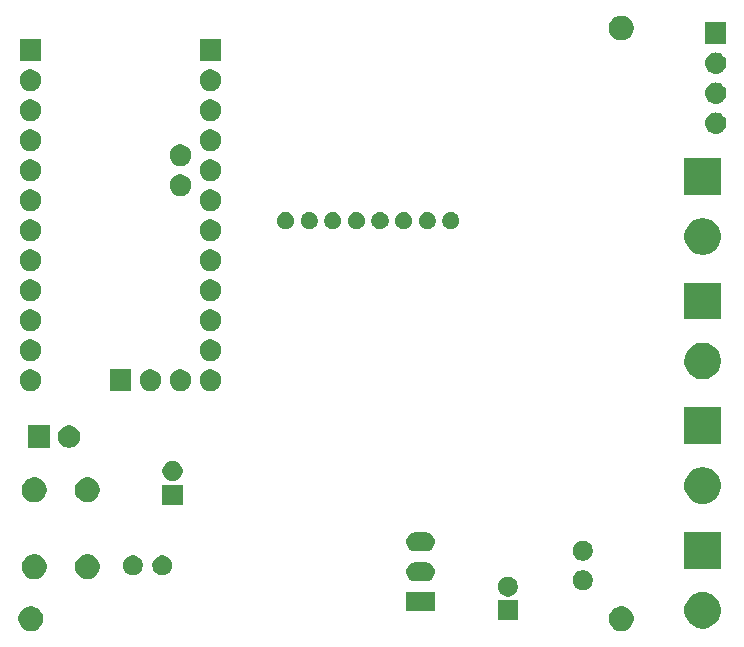
<source format=gbr>
G04 #@! TF.GenerationSoftware,KiCad,Pcbnew,(5.1.0-rc1-9-g8f320697a)*
G04 #@! TF.CreationDate,2019-02-20T21:31:05+01:00
G04 #@! TF.ProjectId,kicad,6b696361-642e-46b6-9963-61645f706362,rev?*
G04 #@! TF.SameCoordinates,Original*
G04 #@! TF.FileFunction,Soldermask,Bot*
G04 #@! TF.FilePolarity,Negative*
%FSLAX46Y46*%
G04 Gerber Fmt 4.6, Leading zero omitted, Abs format (unit mm)*
G04 Created by KiCad (PCBNEW (5.1.0-rc1-9-g8f320697a)) date 2019-02-20 21:31:05*
%MOMM*%
%LPD*%
G04 APERTURE LIST*
%ADD10C,0.100000*%
G04 APERTURE END LIST*
D10*
G36*
X209306564Y-97489389D02*
G01*
X209497833Y-97568615D01*
X209497835Y-97568616D01*
X209600538Y-97637240D01*
X209669973Y-97683635D01*
X209816365Y-97830027D01*
X209931385Y-98002167D01*
X210010611Y-98193436D01*
X210051000Y-98396484D01*
X210051000Y-98603516D01*
X210010611Y-98806564D01*
X209932666Y-98994740D01*
X209931384Y-98997835D01*
X209816365Y-99169973D01*
X209669973Y-99316365D01*
X209497835Y-99431384D01*
X209497834Y-99431385D01*
X209497833Y-99431385D01*
X209306564Y-99510611D01*
X209103516Y-99551000D01*
X208896484Y-99551000D01*
X208693436Y-99510611D01*
X208502167Y-99431385D01*
X208502166Y-99431385D01*
X208502165Y-99431384D01*
X208330027Y-99316365D01*
X208183635Y-99169973D01*
X208068616Y-98997835D01*
X208067334Y-98994740D01*
X207989389Y-98806564D01*
X207949000Y-98603516D01*
X207949000Y-98396484D01*
X207989389Y-98193436D01*
X208068615Y-98002167D01*
X208183635Y-97830027D01*
X208330027Y-97683635D01*
X208399462Y-97637240D01*
X208502165Y-97568616D01*
X208502167Y-97568615D01*
X208693436Y-97489389D01*
X208896484Y-97449000D01*
X209103516Y-97449000D01*
X209306564Y-97489389D01*
X209306564Y-97489389D01*
G37*
G36*
X159306564Y-97489389D02*
G01*
X159497833Y-97568615D01*
X159497835Y-97568616D01*
X159600538Y-97637240D01*
X159669973Y-97683635D01*
X159816365Y-97830027D01*
X159931385Y-98002167D01*
X160010611Y-98193436D01*
X160051000Y-98396484D01*
X160051000Y-98603516D01*
X160010611Y-98806564D01*
X159932666Y-98994740D01*
X159931384Y-98997835D01*
X159816365Y-99169973D01*
X159669973Y-99316365D01*
X159497835Y-99431384D01*
X159497834Y-99431385D01*
X159497833Y-99431385D01*
X159306564Y-99510611D01*
X159103516Y-99551000D01*
X158896484Y-99551000D01*
X158693436Y-99510611D01*
X158502167Y-99431385D01*
X158502166Y-99431385D01*
X158502165Y-99431384D01*
X158330027Y-99316365D01*
X158183635Y-99169973D01*
X158068616Y-98997835D01*
X158067334Y-98994740D01*
X157989389Y-98806564D01*
X157949000Y-98603516D01*
X157949000Y-98396484D01*
X157989389Y-98193436D01*
X158068615Y-98002167D01*
X158183635Y-97830027D01*
X158330027Y-97683635D01*
X158399462Y-97637240D01*
X158502165Y-97568616D01*
X158502167Y-97568615D01*
X158693436Y-97489389D01*
X158896484Y-97449000D01*
X159103516Y-97449000D01*
X159306564Y-97489389D01*
X159306564Y-97489389D01*
G37*
G36*
X216202585Y-96268802D02*
G01*
X216352410Y-96298604D01*
X216634674Y-96415521D01*
X216888705Y-96585259D01*
X217104741Y-96801295D01*
X217274479Y-97055326D01*
X217391396Y-97337590D01*
X217451000Y-97637240D01*
X217451000Y-97942760D01*
X217391396Y-98242410D01*
X217274479Y-98524674D01*
X217104741Y-98778705D01*
X216888705Y-98994741D01*
X216634674Y-99164479D01*
X216352410Y-99281396D01*
X216202585Y-99311198D01*
X216052761Y-99341000D01*
X215747239Y-99341000D01*
X215597415Y-99311198D01*
X215447590Y-99281396D01*
X215165326Y-99164479D01*
X214911295Y-98994741D01*
X214695259Y-98778705D01*
X214525521Y-98524674D01*
X214408604Y-98242410D01*
X214349000Y-97942760D01*
X214349000Y-97637240D01*
X214408604Y-97337590D01*
X214525521Y-97055326D01*
X214695259Y-96801295D01*
X214911295Y-96585259D01*
X215165326Y-96415521D01*
X215447590Y-96298604D01*
X215597415Y-96268802D01*
X215747239Y-96239000D01*
X216052761Y-96239000D01*
X216202585Y-96268802D01*
X216202585Y-96268802D01*
G37*
G36*
X200241000Y-98641000D02*
G01*
X198539000Y-98641000D01*
X198539000Y-96939000D01*
X200241000Y-96939000D01*
X200241000Y-98641000D01*
X200241000Y-98641000D01*
G37*
G36*
X193201000Y-97881000D02*
G01*
X190799000Y-97881000D01*
X190799000Y-96279000D01*
X193201000Y-96279000D01*
X193201000Y-97881000D01*
X193201000Y-97881000D01*
G37*
G36*
X199638228Y-94971703D02*
G01*
X199793100Y-95035853D01*
X199932481Y-95128985D01*
X200051015Y-95247519D01*
X200144147Y-95386900D01*
X200208297Y-95541772D01*
X200241000Y-95706184D01*
X200241000Y-95873816D01*
X200208297Y-96038228D01*
X200144147Y-96193100D01*
X200051015Y-96332481D01*
X199932481Y-96451015D01*
X199793100Y-96544147D01*
X199638228Y-96608297D01*
X199473816Y-96641000D01*
X199306184Y-96641000D01*
X199141772Y-96608297D01*
X198986900Y-96544147D01*
X198847519Y-96451015D01*
X198728985Y-96332481D01*
X198635853Y-96193100D01*
X198571703Y-96038228D01*
X198539000Y-95873816D01*
X198539000Y-95706184D01*
X198571703Y-95541772D01*
X198635853Y-95386900D01*
X198728985Y-95247519D01*
X198847519Y-95128985D01*
X198986900Y-95035853D01*
X199141772Y-94971703D01*
X199306184Y-94939000D01*
X199473816Y-94939000D01*
X199638228Y-94971703D01*
X199638228Y-94971703D01*
G37*
G36*
X205988228Y-94431703D02*
G01*
X206143100Y-94495853D01*
X206282481Y-94588985D01*
X206401015Y-94707519D01*
X206494147Y-94846900D01*
X206558297Y-95001772D01*
X206591000Y-95166184D01*
X206591000Y-95333816D01*
X206558297Y-95498228D01*
X206494147Y-95653100D01*
X206401015Y-95792481D01*
X206282481Y-95911015D01*
X206143100Y-96004147D01*
X205988228Y-96068297D01*
X205823816Y-96101000D01*
X205656184Y-96101000D01*
X205491772Y-96068297D01*
X205336900Y-96004147D01*
X205197519Y-95911015D01*
X205078985Y-95792481D01*
X204985853Y-95653100D01*
X204921703Y-95498228D01*
X204889000Y-95333816D01*
X204889000Y-95166184D01*
X204921703Y-95001772D01*
X204985853Y-94846900D01*
X205078985Y-94707519D01*
X205197519Y-94588985D01*
X205336900Y-94495853D01*
X205491772Y-94431703D01*
X205656184Y-94399000D01*
X205823816Y-94399000D01*
X205988228Y-94431703D01*
X205988228Y-94431703D01*
G37*
G36*
X192478571Y-93742863D02*
G01*
X192557023Y-93750590D01*
X192657682Y-93781125D01*
X192708013Y-93796392D01*
X192847165Y-93870771D01*
X192969133Y-93970867D01*
X193069229Y-94092835D01*
X193143608Y-94231987D01*
X193148535Y-94248229D01*
X193189410Y-94382977D01*
X193204875Y-94540000D01*
X193189410Y-94697023D01*
X193172081Y-94754148D01*
X193143608Y-94848013D01*
X193069229Y-94987165D01*
X192969133Y-95109133D01*
X192847165Y-95209229D01*
X192708013Y-95283608D01*
X192657682Y-95298875D01*
X192557023Y-95329410D01*
X192478571Y-95337137D01*
X192439346Y-95341000D01*
X191560654Y-95341000D01*
X191521429Y-95337137D01*
X191442977Y-95329410D01*
X191342318Y-95298875D01*
X191291987Y-95283608D01*
X191152835Y-95209229D01*
X191030867Y-95109133D01*
X190930771Y-94987165D01*
X190856392Y-94848013D01*
X190827919Y-94754148D01*
X190810590Y-94697023D01*
X190795125Y-94540000D01*
X190810590Y-94382977D01*
X190851465Y-94248229D01*
X190856392Y-94231987D01*
X190930771Y-94092835D01*
X191030867Y-93970867D01*
X191152835Y-93870771D01*
X191291987Y-93796392D01*
X191342318Y-93781125D01*
X191442977Y-93750590D01*
X191521429Y-93742863D01*
X191560654Y-93739000D01*
X192439346Y-93739000D01*
X192478571Y-93742863D01*
X192478571Y-93742863D01*
G37*
G36*
X159606564Y-93089389D02*
G01*
X159760369Y-93153097D01*
X159797835Y-93168616D01*
X159969973Y-93283635D01*
X160116365Y-93430027D01*
X160230606Y-93601000D01*
X160231385Y-93602167D01*
X160310611Y-93793436D01*
X160351000Y-93996484D01*
X160351000Y-94203516D01*
X160310611Y-94406564D01*
X160273626Y-94495853D01*
X160231384Y-94597835D01*
X160116365Y-94769973D01*
X159969973Y-94916365D01*
X159797835Y-95031384D01*
X159797834Y-95031385D01*
X159797833Y-95031385D01*
X159606564Y-95110611D01*
X159403516Y-95151000D01*
X159196484Y-95151000D01*
X158993436Y-95110611D01*
X158802167Y-95031385D01*
X158802166Y-95031385D01*
X158802165Y-95031384D01*
X158630027Y-94916365D01*
X158483635Y-94769973D01*
X158368616Y-94597835D01*
X158326374Y-94495853D01*
X158289389Y-94406564D01*
X158249000Y-94203516D01*
X158249000Y-93996484D01*
X158289389Y-93793436D01*
X158368615Y-93602167D01*
X158369395Y-93601000D01*
X158483635Y-93430027D01*
X158630027Y-93283635D01*
X158802165Y-93168616D01*
X158839631Y-93153097D01*
X158993436Y-93089389D01*
X159196484Y-93049000D01*
X159403516Y-93049000D01*
X159606564Y-93089389D01*
X159606564Y-93089389D01*
G37*
G36*
X164106564Y-93089389D02*
G01*
X164260369Y-93153097D01*
X164297835Y-93168616D01*
X164469973Y-93283635D01*
X164616365Y-93430027D01*
X164730606Y-93601000D01*
X164731385Y-93602167D01*
X164810611Y-93793436D01*
X164851000Y-93996484D01*
X164851000Y-94203516D01*
X164810611Y-94406564D01*
X164773626Y-94495853D01*
X164731384Y-94597835D01*
X164616365Y-94769973D01*
X164469973Y-94916365D01*
X164297835Y-95031384D01*
X164297834Y-95031385D01*
X164297833Y-95031385D01*
X164106564Y-95110611D01*
X163903516Y-95151000D01*
X163696484Y-95151000D01*
X163493436Y-95110611D01*
X163302167Y-95031385D01*
X163302166Y-95031385D01*
X163302165Y-95031384D01*
X163130027Y-94916365D01*
X162983635Y-94769973D01*
X162868616Y-94597835D01*
X162826374Y-94495853D01*
X162789389Y-94406564D01*
X162749000Y-94203516D01*
X162749000Y-93996484D01*
X162789389Y-93793436D01*
X162868615Y-93602167D01*
X162869395Y-93601000D01*
X162983635Y-93430027D01*
X163130027Y-93283635D01*
X163302165Y-93168616D01*
X163339631Y-93153097D01*
X163493436Y-93089389D01*
X163696484Y-93049000D01*
X163903516Y-93049000D01*
X164106564Y-93089389D01*
X164106564Y-93089389D01*
G37*
G36*
X170388228Y-93181703D02*
G01*
X170543100Y-93245853D01*
X170682481Y-93338985D01*
X170801015Y-93457519D01*
X170894147Y-93596900D01*
X170958297Y-93751772D01*
X170991000Y-93916184D01*
X170991000Y-94083816D01*
X170958297Y-94248228D01*
X170894147Y-94403100D01*
X170801015Y-94542481D01*
X170682481Y-94661015D01*
X170543100Y-94754147D01*
X170388228Y-94818297D01*
X170223816Y-94851000D01*
X170056184Y-94851000D01*
X169891772Y-94818297D01*
X169736900Y-94754147D01*
X169597519Y-94661015D01*
X169478985Y-94542481D01*
X169385853Y-94403100D01*
X169321703Y-94248228D01*
X169289000Y-94083816D01*
X169289000Y-93916184D01*
X169321703Y-93751772D01*
X169385853Y-93596900D01*
X169478985Y-93457519D01*
X169597519Y-93338985D01*
X169736900Y-93245853D01*
X169891772Y-93181703D01*
X170056184Y-93149000D01*
X170223816Y-93149000D01*
X170388228Y-93181703D01*
X170388228Y-93181703D01*
G37*
G36*
X167888228Y-93181703D02*
G01*
X168043100Y-93245853D01*
X168182481Y-93338985D01*
X168301015Y-93457519D01*
X168394147Y-93596900D01*
X168458297Y-93751772D01*
X168491000Y-93916184D01*
X168491000Y-94083816D01*
X168458297Y-94248228D01*
X168394147Y-94403100D01*
X168301015Y-94542481D01*
X168182481Y-94661015D01*
X168043100Y-94754147D01*
X167888228Y-94818297D01*
X167723816Y-94851000D01*
X167556184Y-94851000D01*
X167391772Y-94818297D01*
X167236900Y-94754147D01*
X167097519Y-94661015D01*
X166978985Y-94542481D01*
X166885853Y-94403100D01*
X166821703Y-94248228D01*
X166789000Y-94083816D01*
X166789000Y-93916184D01*
X166821703Y-93751772D01*
X166885853Y-93596900D01*
X166978985Y-93457519D01*
X167097519Y-93338985D01*
X167236900Y-93245853D01*
X167391772Y-93181703D01*
X167556184Y-93149000D01*
X167723816Y-93149000D01*
X167888228Y-93181703D01*
X167888228Y-93181703D01*
G37*
G36*
X217451000Y-94261000D02*
G01*
X214349000Y-94261000D01*
X214349000Y-91159000D01*
X217451000Y-91159000D01*
X217451000Y-94261000D01*
X217451000Y-94261000D01*
G37*
G36*
X205988228Y-91931703D02*
G01*
X206143100Y-91995853D01*
X206282481Y-92088985D01*
X206401015Y-92207519D01*
X206494147Y-92346900D01*
X206558297Y-92501772D01*
X206591000Y-92666184D01*
X206591000Y-92833816D01*
X206558297Y-92998228D01*
X206494147Y-93153100D01*
X206401015Y-93292481D01*
X206282481Y-93411015D01*
X206143100Y-93504147D01*
X205988228Y-93568297D01*
X205823816Y-93601000D01*
X205656184Y-93601000D01*
X205491772Y-93568297D01*
X205336900Y-93504147D01*
X205197519Y-93411015D01*
X205078985Y-93292481D01*
X204985853Y-93153100D01*
X204921703Y-92998228D01*
X204889000Y-92833816D01*
X204889000Y-92666184D01*
X204921703Y-92501772D01*
X204985853Y-92346900D01*
X205078985Y-92207519D01*
X205197519Y-92088985D01*
X205336900Y-91995853D01*
X205491772Y-91931703D01*
X205656184Y-91899000D01*
X205823816Y-91899000D01*
X205988228Y-91931703D01*
X205988228Y-91931703D01*
G37*
G36*
X192478571Y-91202863D02*
G01*
X192557023Y-91210590D01*
X192657682Y-91241125D01*
X192708013Y-91256392D01*
X192847165Y-91330771D01*
X192969133Y-91430867D01*
X193069229Y-91552835D01*
X193143608Y-91691987D01*
X193143608Y-91691988D01*
X193189410Y-91842977D01*
X193204875Y-92000000D01*
X193189410Y-92157023D01*
X193174092Y-92207519D01*
X193143608Y-92308013D01*
X193069229Y-92447165D01*
X192969133Y-92569133D01*
X192847165Y-92669229D01*
X192708013Y-92743608D01*
X192657682Y-92758875D01*
X192557023Y-92789410D01*
X192478571Y-92797137D01*
X192439346Y-92801000D01*
X191560654Y-92801000D01*
X191521429Y-92797137D01*
X191442977Y-92789410D01*
X191342318Y-92758875D01*
X191291987Y-92743608D01*
X191152835Y-92669229D01*
X191030867Y-92569133D01*
X190930771Y-92447165D01*
X190856392Y-92308013D01*
X190825908Y-92207519D01*
X190810590Y-92157023D01*
X190795125Y-92000000D01*
X190810590Y-91842977D01*
X190856392Y-91691988D01*
X190856392Y-91691987D01*
X190930771Y-91552835D01*
X191030867Y-91430867D01*
X191152835Y-91330771D01*
X191291987Y-91256392D01*
X191342318Y-91241125D01*
X191442977Y-91210590D01*
X191521429Y-91202863D01*
X191560654Y-91199000D01*
X192439346Y-91199000D01*
X192478571Y-91202863D01*
X192478571Y-91202863D01*
G37*
G36*
X171851000Y-88851000D02*
G01*
X170149000Y-88851000D01*
X170149000Y-87149000D01*
X171851000Y-87149000D01*
X171851000Y-88851000D01*
X171851000Y-88851000D01*
G37*
G36*
X216202585Y-85728802D02*
G01*
X216352410Y-85758604D01*
X216634674Y-85875521D01*
X216888705Y-86045259D01*
X217104741Y-86261295D01*
X217274479Y-86515326D01*
X217391396Y-86797590D01*
X217451000Y-87097240D01*
X217451000Y-87402760D01*
X217391396Y-87702410D01*
X217274479Y-87984674D01*
X217104741Y-88238705D01*
X216888705Y-88454741D01*
X216634674Y-88624479D01*
X216352410Y-88741396D01*
X216202585Y-88771198D01*
X216052761Y-88801000D01*
X215747239Y-88801000D01*
X215597415Y-88771198D01*
X215447590Y-88741396D01*
X215165326Y-88624479D01*
X214911295Y-88454741D01*
X214695259Y-88238705D01*
X214525521Y-87984674D01*
X214408604Y-87702410D01*
X214349000Y-87402760D01*
X214349000Y-87097240D01*
X214408604Y-86797590D01*
X214525521Y-86515326D01*
X214695259Y-86261295D01*
X214911295Y-86045259D01*
X215165326Y-85875521D01*
X215447590Y-85758604D01*
X215597415Y-85728802D01*
X215747239Y-85699000D01*
X216052761Y-85699000D01*
X216202585Y-85728802D01*
X216202585Y-85728802D01*
G37*
G36*
X159606564Y-86589389D02*
G01*
X159797833Y-86668615D01*
X159797835Y-86668616D01*
X159969973Y-86783635D01*
X160116365Y-86930027D01*
X160228093Y-87097239D01*
X160231385Y-87102167D01*
X160310611Y-87293436D01*
X160351000Y-87496484D01*
X160351000Y-87703516D01*
X160310611Y-87906564D01*
X160231385Y-88097833D01*
X160231384Y-88097835D01*
X160116365Y-88269973D01*
X159969973Y-88416365D01*
X159797835Y-88531384D01*
X159797834Y-88531385D01*
X159797833Y-88531385D01*
X159606564Y-88610611D01*
X159403516Y-88651000D01*
X159196484Y-88651000D01*
X158993436Y-88610611D01*
X158802167Y-88531385D01*
X158802166Y-88531385D01*
X158802165Y-88531384D01*
X158630027Y-88416365D01*
X158483635Y-88269973D01*
X158368616Y-88097835D01*
X158368615Y-88097833D01*
X158289389Y-87906564D01*
X158249000Y-87703516D01*
X158249000Y-87496484D01*
X158289389Y-87293436D01*
X158368615Y-87102167D01*
X158371908Y-87097239D01*
X158483635Y-86930027D01*
X158630027Y-86783635D01*
X158802165Y-86668616D01*
X158802167Y-86668615D01*
X158993436Y-86589389D01*
X159196484Y-86549000D01*
X159403516Y-86549000D01*
X159606564Y-86589389D01*
X159606564Y-86589389D01*
G37*
G36*
X164106564Y-86589389D02*
G01*
X164297833Y-86668615D01*
X164297835Y-86668616D01*
X164469973Y-86783635D01*
X164616365Y-86930027D01*
X164728093Y-87097239D01*
X164731385Y-87102167D01*
X164810611Y-87293436D01*
X164851000Y-87496484D01*
X164851000Y-87703516D01*
X164810611Y-87906564D01*
X164731385Y-88097833D01*
X164731384Y-88097835D01*
X164616365Y-88269973D01*
X164469973Y-88416365D01*
X164297835Y-88531384D01*
X164297834Y-88531385D01*
X164297833Y-88531385D01*
X164106564Y-88610611D01*
X163903516Y-88651000D01*
X163696484Y-88651000D01*
X163493436Y-88610611D01*
X163302167Y-88531385D01*
X163302166Y-88531385D01*
X163302165Y-88531384D01*
X163130027Y-88416365D01*
X162983635Y-88269973D01*
X162868616Y-88097835D01*
X162868615Y-88097833D01*
X162789389Y-87906564D01*
X162749000Y-87703516D01*
X162749000Y-87496484D01*
X162789389Y-87293436D01*
X162868615Y-87102167D01*
X162871908Y-87097239D01*
X162983635Y-86930027D01*
X163130027Y-86783635D01*
X163302165Y-86668616D01*
X163302167Y-86668615D01*
X163493436Y-86589389D01*
X163696484Y-86549000D01*
X163903516Y-86549000D01*
X164106564Y-86589389D01*
X164106564Y-86589389D01*
G37*
G36*
X171248228Y-85181703D02*
G01*
X171403100Y-85245853D01*
X171542481Y-85338985D01*
X171661015Y-85457519D01*
X171754147Y-85596900D01*
X171818297Y-85751772D01*
X171851000Y-85916184D01*
X171851000Y-86083816D01*
X171818297Y-86248228D01*
X171754147Y-86403100D01*
X171661015Y-86542481D01*
X171542481Y-86661015D01*
X171403100Y-86754147D01*
X171248228Y-86818297D01*
X171083816Y-86851000D01*
X170916184Y-86851000D01*
X170751772Y-86818297D01*
X170596900Y-86754147D01*
X170457519Y-86661015D01*
X170338985Y-86542481D01*
X170245853Y-86403100D01*
X170181703Y-86248228D01*
X170149000Y-86083816D01*
X170149000Y-85916184D01*
X170181703Y-85751772D01*
X170245853Y-85596900D01*
X170338985Y-85457519D01*
X170457519Y-85338985D01*
X170596900Y-85245853D01*
X170751772Y-85181703D01*
X170916184Y-85149000D01*
X171083816Y-85149000D01*
X171248228Y-85181703D01*
X171248228Y-85181703D01*
G37*
G36*
X160651000Y-84051000D02*
G01*
X158749000Y-84051000D01*
X158749000Y-82149000D01*
X160651000Y-82149000D01*
X160651000Y-84051000D01*
X160651000Y-84051000D01*
G37*
G36*
X162517395Y-82185546D02*
G01*
X162690466Y-82257234D01*
X162690467Y-82257235D01*
X162846227Y-82361310D01*
X162978690Y-82493773D01*
X162978691Y-82493775D01*
X163082766Y-82649534D01*
X163154454Y-82822605D01*
X163191000Y-83006333D01*
X163191000Y-83193667D01*
X163154454Y-83377395D01*
X163082766Y-83550466D01*
X163082765Y-83550467D01*
X162978690Y-83706227D01*
X162846227Y-83838690D01*
X162767818Y-83891081D01*
X162690466Y-83942766D01*
X162517395Y-84014454D01*
X162333667Y-84051000D01*
X162146333Y-84051000D01*
X161962605Y-84014454D01*
X161789534Y-83942766D01*
X161712182Y-83891081D01*
X161633773Y-83838690D01*
X161501310Y-83706227D01*
X161397235Y-83550467D01*
X161397234Y-83550466D01*
X161325546Y-83377395D01*
X161289000Y-83193667D01*
X161289000Y-83006333D01*
X161325546Y-82822605D01*
X161397234Y-82649534D01*
X161501309Y-82493775D01*
X161501310Y-82493773D01*
X161633773Y-82361310D01*
X161789533Y-82257235D01*
X161789534Y-82257234D01*
X161962605Y-82185546D01*
X162146333Y-82149000D01*
X162333667Y-82149000D01*
X162517395Y-82185546D01*
X162517395Y-82185546D01*
G37*
G36*
X217451000Y-83721000D02*
G01*
X214349000Y-83721000D01*
X214349000Y-80619000D01*
X217451000Y-80619000D01*
X217451000Y-83721000D01*
X217451000Y-83721000D01*
G37*
G36*
X174475778Y-77442047D02*
G01*
X174642224Y-77510991D01*
X174792022Y-77611083D01*
X174919417Y-77738478D01*
X175019509Y-77888276D01*
X175088453Y-78054722D01*
X175123600Y-78231418D01*
X175123600Y-78411582D01*
X175088453Y-78588278D01*
X175019509Y-78754724D01*
X174919417Y-78904522D01*
X174792022Y-79031917D01*
X174642224Y-79132009D01*
X174475778Y-79200953D01*
X174299082Y-79236100D01*
X174118918Y-79236100D01*
X173942222Y-79200953D01*
X173775776Y-79132009D01*
X173625978Y-79031917D01*
X173498583Y-78904522D01*
X173398491Y-78754724D01*
X173329547Y-78588278D01*
X173294400Y-78411582D01*
X173294400Y-78231418D01*
X173329547Y-78054722D01*
X173398491Y-77888276D01*
X173498583Y-77738478D01*
X173625978Y-77611083D01*
X173775776Y-77510991D01*
X173942222Y-77442047D01*
X174118918Y-77406900D01*
X174299082Y-77406900D01*
X174475778Y-77442047D01*
X174475778Y-77442047D01*
G37*
G36*
X171935778Y-77442047D02*
G01*
X172102224Y-77510991D01*
X172252022Y-77611083D01*
X172379417Y-77738478D01*
X172479509Y-77888276D01*
X172548453Y-78054722D01*
X172583600Y-78231418D01*
X172583600Y-78411582D01*
X172548453Y-78588278D01*
X172479509Y-78754724D01*
X172379417Y-78904522D01*
X172252022Y-79031917D01*
X172102224Y-79132009D01*
X171935778Y-79200953D01*
X171759082Y-79236100D01*
X171578918Y-79236100D01*
X171402222Y-79200953D01*
X171235776Y-79132009D01*
X171085978Y-79031917D01*
X170958583Y-78904522D01*
X170858491Y-78754724D01*
X170789547Y-78588278D01*
X170754400Y-78411582D01*
X170754400Y-78231418D01*
X170789547Y-78054722D01*
X170858491Y-77888276D01*
X170958583Y-77738478D01*
X171085978Y-77611083D01*
X171235776Y-77510991D01*
X171402222Y-77442047D01*
X171578918Y-77406900D01*
X171759082Y-77406900D01*
X171935778Y-77442047D01*
X171935778Y-77442047D01*
G37*
G36*
X169395778Y-77442047D02*
G01*
X169562224Y-77510991D01*
X169712022Y-77611083D01*
X169839417Y-77738478D01*
X169939509Y-77888276D01*
X170008453Y-78054722D01*
X170043600Y-78231418D01*
X170043600Y-78411582D01*
X170008453Y-78588278D01*
X169939509Y-78754724D01*
X169839417Y-78904522D01*
X169712022Y-79031917D01*
X169562224Y-79132009D01*
X169395778Y-79200953D01*
X169219082Y-79236100D01*
X169038918Y-79236100D01*
X168862222Y-79200953D01*
X168695776Y-79132009D01*
X168545978Y-79031917D01*
X168418583Y-78904522D01*
X168318491Y-78754724D01*
X168249547Y-78588278D01*
X168214400Y-78411582D01*
X168214400Y-78231418D01*
X168249547Y-78054722D01*
X168318491Y-77888276D01*
X168418583Y-77738478D01*
X168545978Y-77611083D01*
X168695776Y-77510991D01*
X168862222Y-77442047D01*
X169038918Y-77406900D01*
X169219082Y-77406900D01*
X169395778Y-77442047D01*
X169395778Y-77442047D01*
G37*
G36*
X167503600Y-79236100D02*
G01*
X165674400Y-79236100D01*
X165674400Y-77406900D01*
X167503600Y-77406900D01*
X167503600Y-79236100D01*
X167503600Y-79236100D01*
G37*
G36*
X159235778Y-77442047D02*
G01*
X159402224Y-77510991D01*
X159552022Y-77611083D01*
X159679417Y-77738478D01*
X159779509Y-77888276D01*
X159848453Y-78054722D01*
X159883600Y-78231418D01*
X159883600Y-78411582D01*
X159848453Y-78588278D01*
X159779509Y-78754724D01*
X159679417Y-78904522D01*
X159552022Y-79031917D01*
X159402224Y-79132009D01*
X159235778Y-79200953D01*
X159059082Y-79236100D01*
X158878918Y-79236100D01*
X158702222Y-79200953D01*
X158535776Y-79132009D01*
X158385978Y-79031917D01*
X158258583Y-78904522D01*
X158158491Y-78754724D01*
X158089547Y-78588278D01*
X158054400Y-78411582D01*
X158054400Y-78231418D01*
X158089547Y-78054722D01*
X158158491Y-77888276D01*
X158258583Y-77738478D01*
X158385978Y-77611083D01*
X158535776Y-77510991D01*
X158702222Y-77442047D01*
X158878918Y-77406900D01*
X159059082Y-77406900D01*
X159235778Y-77442047D01*
X159235778Y-77442047D01*
G37*
G36*
X216202585Y-75178802D02*
G01*
X216352410Y-75208604D01*
X216634674Y-75325521D01*
X216888705Y-75495259D01*
X217104741Y-75711295D01*
X217274479Y-75965326D01*
X217391396Y-76247590D01*
X217391396Y-76247591D01*
X217439996Y-76491916D01*
X217451000Y-76547240D01*
X217451000Y-76852760D01*
X217391396Y-77152410D01*
X217274479Y-77434674D01*
X217104741Y-77688705D01*
X216888705Y-77904741D01*
X216634674Y-78074479D01*
X216352410Y-78191396D01*
X216202585Y-78221198D01*
X216052761Y-78251000D01*
X215747239Y-78251000D01*
X215597415Y-78221198D01*
X215447590Y-78191396D01*
X215165326Y-78074479D01*
X214911295Y-77904741D01*
X214695259Y-77688705D01*
X214525521Y-77434674D01*
X214408604Y-77152410D01*
X214349000Y-76852760D01*
X214349000Y-76547240D01*
X214360005Y-76491916D01*
X214408604Y-76247591D01*
X214408604Y-76247590D01*
X214525521Y-75965326D01*
X214695259Y-75711295D01*
X214911295Y-75495259D01*
X215165326Y-75325521D01*
X215447590Y-75208604D01*
X215597415Y-75178802D01*
X215747239Y-75149000D01*
X216052761Y-75149000D01*
X216202585Y-75178802D01*
X216202585Y-75178802D01*
G37*
G36*
X174475778Y-74902047D02*
G01*
X174642224Y-74970991D01*
X174792022Y-75071083D01*
X174919417Y-75198478D01*
X175019509Y-75348276D01*
X175088453Y-75514722D01*
X175123600Y-75691418D01*
X175123600Y-75871582D01*
X175088453Y-76048278D01*
X175019509Y-76214724D01*
X174919417Y-76364522D01*
X174792022Y-76491917D01*
X174642224Y-76592009D01*
X174475778Y-76660953D01*
X174299082Y-76696100D01*
X174118918Y-76696100D01*
X173942222Y-76660953D01*
X173775776Y-76592009D01*
X173625978Y-76491917D01*
X173498583Y-76364522D01*
X173398491Y-76214724D01*
X173329547Y-76048278D01*
X173294400Y-75871582D01*
X173294400Y-75691418D01*
X173329547Y-75514722D01*
X173398491Y-75348276D01*
X173498583Y-75198478D01*
X173625978Y-75071083D01*
X173775776Y-74970991D01*
X173942222Y-74902047D01*
X174118918Y-74866900D01*
X174299082Y-74866900D01*
X174475778Y-74902047D01*
X174475778Y-74902047D01*
G37*
G36*
X159235778Y-74902047D02*
G01*
X159402224Y-74970991D01*
X159552022Y-75071083D01*
X159679417Y-75198478D01*
X159779509Y-75348276D01*
X159848453Y-75514722D01*
X159883600Y-75691418D01*
X159883600Y-75871582D01*
X159848453Y-76048278D01*
X159779509Y-76214724D01*
X159679417Y-76364522D01*
X159552022Y-76491917D01*
X159402224Y-76592009D01*
X159235778Y-76660953D01*
X159059082Y-76696100D01*
X158878918Y-76696100D01*
X158702222Y-76660953D01*
X158535776Y-76592009D01*
X158385978Y-76491917D01*
X158258583Y-76364522D01*
X158158491Y-76214724D01*
X158089547Y-76048278D01*
X158054400Y-75871582D01*
X158054400Y-75691418D01*
X158089547Y-75514722D01*
X158158491Y-75348276D01*
X158258583Y-75198478D01*
X158385978Y-75071083D01*
X158535776Y-74970991D01*
X158702222Y-74902047D01*
X158878918Y-74866900D01*
X159059082Y-74866900D01*
X159235778Y-74902047D01*
X159235778Y-74902047D01*
G37*
G36*
X159235778Y-72362047D02*
G01*
X159402224Y-72430991D01*
X159552022Y-72531083D01*
X159679417Y-72658478D01*
X159779509Y-72808276D01*
X159848453Y-72974722D01*
X159883600Y-73151418D01*
X159883600Y-73331582D01*
X159848453Y-73508278D01*
X159779509Y-73674724D01*
X159679417Y-73824522D01*
X159552022Y-73951917D01*
X159402224Y-74052009D01*
X159235778Y-74120953D01*
X159059082Y-74156100D01*
X158878918Y-74156100D01*
X158702222Y-74120953D01*
X158535776Y-74052009D01*
X158385978Y-73951917D01*
X158258583Y-73824522D01*
X158158491Y-73674724D01*
X158089547Y-73508278D01*
X158054400Y-73331582D01*
X158054400Y-73151418D01*
X158089547Y-72974722D01*
X158158491Y-72808276D01*
X158258583Y-72658478D01*
X158385978Y-72531083D01*
X158535776Y-72430991D01*
X158702222Y-72362047D01*
X158878918Y-72326900D01*
X159059082Y-72326900D01*
X159235778Y-72362047D01*
X159235778Y-72362047D01*
G37*
G36*
X174475778Y-72362047D02*
G01*
X174642224Y-72430991D01*
X174792022Y-72531083D01*
X174919417Y-72658478D01*
X175019509Y-72808276D01*
X175088453Y-72974722D01*
X175123600Y-73151418D01*
X175123600Y-73331582D01*
X175088453Y-73508278D01*
X175019509Y-73674724D01*
X174919417Y-73824522D01*
X174792022Y-73951917D01*
X174642224Y-74052009D01*
X174475778Y-74120953D01*
X174299082Y-74156100D01*
X174118918Y-74156100D01*
X173942222Y-74120953D01*
X173775776Y-74052009D01*
X173625978Y-73951917D01*
X173498583Y-73824522D01*
X173398491Y-73674724D01*
X173329547Y-73508278D01*
X173294400Y-73331582D01*
X173294400Y-73151418D01*
X173329547Y-72974722D01*
X173398491Y-72808276D01*
X173498583Y-72658478D01*
X173625978Y-72531083D01*
X173775776Y-72430991D01*
X173942222Y-72362047D01*
X174118918Y-72326900D01*
X174299082Y-72326900D01*
X174475778Y-72362047D01*
X174475778Y-72362047D01*
G37*
G36*
X217451000Y-73171000D02*
G01*
X214349000Y-73171000D01*
X214349000Y-70069000D01*
X217451000Y-70069000D01*
X217451000Y-73171000D01*
X217451000Y-73171000D01*
G37*
G36*
X159235778Y-69822047D02*
G01*
X159402224Y-69890991D01*
X159552022Y-69991083D01*
X159679417Y-70118478D01*
X159779509Y-70268276D01*
X159848453Y-70434722D01*
X159883600Y-70611418D01*
X159883600Y-70791582D01*
X159848453Y-70968278D01*
X159779509Y-71134724D01*
X159679417Y-71284522D01*
X159552022Y-71411917D01*
X159402224Y-71512009D01*
X159235778Y-71580953D01*
X159059082Y-71616100D01*
X158878918Y-71616100D01*
X158702222Y-71580953D01*
X158535776Y-71512009D01*
X158385978Y-71411917D01*
X158258583Y-71284522D01*
X158158491Y-71134724D01*
X158089547Y-70968278D01*
X158054400Y-70791582D01*
X158054400Y-70611418D01*
X158089547Y-70434722D01*
X158158491Y-70268276D01*
X158258583Y-70118478D01*
X158385978Y-69991083D01*
X158535776Y-69890991D01*
X158702222Y-69822047D01*
X158878918Y-69786900D01*
X159059082Y-69786900D01*
X159235778Y-69822047D01*
X159235778Y-69822047D01*
G37*
G36*
X174475778Y-69822047D02*
G01*
X174642224Y-69890991D01*
X174792022Y-69991083D01*
X174919417Y-70118478D01*
X175019509Y-70268276D01*
X175088453Y-70434722D01*
X175123600Y-70611418D01*
X175123600Y-70791582D01*
X175088453Y-70968278D01*
X175019509Y-71134724D01*
X174919417Y-71284522D01*
X174792022Y-71411917D01*
X174642224Y-71512009D01*
X174475778Y-71580953D01*
X174299082Y-71616100D01*
X174118918Y-71616100D01*
X173942222Y-71580953D01*
X173775776Y-71512009D01*
X173625978Y-71411917D01*
X173498583Y-71284522D01*
X173398491Y-71134724D01*
X173329547Y-70968278D01*
X173294400Y-70791582D01*
X173294400Y-70611418D01*
X173329547Y-70434722D01*
X173398491Y-70268276D01*
X173498583Y-70118478D01*
X173625978Y-69991083D01*
X173775776Y-69890991D01*
X173942222Y-69822047D01*
X174118918Y-69786900D01*
X174299082Y-69786900D01*
X174475778Y-69822047D01*
X174475778Y-69822047D01*
G37*
G36*
X174475778Y-67282047D02*
G01*
X174642224Y-67350991D01*
X174792022Y-67451083D01*
X174919417Y-67578478D01*
X175019509Y-67728276D01*
X175088453Y-67894722D01*
X175123600Y-68071418D01*
X175123600Y-68251582D01*
X175088453Y-68428278D01*
X175019509Y-68594724D01*
X174919417Y-68744522D01*
X174792022Y-68871917D01*
X174642224Y-68972009D01*
X174475778Y-69040953D01*
X174299082Y-69076100D01*
X174118918Y-69076100D01*
X173942222Y-69040953D01*
X173775776Y-68972009D01*
X173625978Y-68871917D01*
X173498583Y-68744522D01*
X173398491Y-68594724D01*
X173329547Y-68428278D01*
X173294400Y-68251582D01*
X173294400Y-68071418D01*
X173329547Y-67894722D01*
X173398491Y-67728276D01*
X173498583Y-67578478D01*
X173625978Y-67451083D01*
X173775776Y-67350991D01*
X173942222Y-67282047D01*
X174118918Y-67246900D01*
X174299082Y-67246900D01*
X174475778Y-67282047D01*
X174475778Y-67282047D01*
G37*
G36*
X159235778Y-67282047D02*
G01*
X159402224Y-67350991D01*
X159552022Y-67451083D01*
X159679417Y-67578478D01*
X159779509Y-67728276D01*
X159848453Y-67894722D01*
X159883600Y-68071418D01*
X159883600Y-68251582D01*
X159848453Y-68428278D01*
X159779509Y-68594724D01*
X159679417Y-68744522D01*
X159552022Y-68871917D01*
X159402224Y-68972009D01*
X159235778Y-69040953D01*
X159059082Y-69076100D01*
X158878918Y-69076100D01*
X158702222Y-69040953D01*
X158535776Y-68972009D01*
X158385978Y-68871917D01*
X158258583Y-68744522D01*
X158158491Y-68594724D01*
X158089547Y-68428278D01*
X158054400Y-68251582D01*
X158054400Y-68071418D01*
X158089547Y-67894722D01*
X158158491Y-67728276D01*
X158258583Y-67578478D01*
X158385978Y-67451083D01*
X158535776Y-67350991D01*
X158702222Y-67282047D01*
X158878918Y-67246900D01*
X159059082Y-67246900D01*
X159235778Y-67282047D01*
X159235778Y-67282047D01*
G37*
G36*
X216202585Y-64628802D02*
G01*
X216352410Y-64658604D01*
X216634674Y-64775521D01*
X216888705Y-64945259D01*
X217104741Y-65161295D01*
X217274479Y-65415326D01*
X217391396Y-65697590D01*
X217451000Y-65997240D01*
X217451000Y-66302760D01*
X217391396Y-66602410D01*
X217274479Y-66884674D01*
X217104741Y-67138705D01*
X216888705Y-67354741D01*
X216634674Y-67524479D01*
X216352410Y-67641396D01*
X216202585Y-67671198D01*
X216052761Y-67701000D01*
X215747239Y-67701000D01*
X215597415Y-67671198D01*
X215447590Y-67641396D01*
X215165326Y-67524479D01*
X214911295Y-67354741D01*
X214695259Y-67138705D01*
X214525521Y-66884674D01*
X214408604Y-66602410D01*
X214349000Y-66302760D01*
X214349000Y-65997240D01*
X214408604Y-65697590D01*
X214525521Y-65415326D01*
X214695259Y-65161295D01*
X214911295Y-64945259D01*
X215165326Y-64775521D01*
X215447590Y-64658604D01*
X215597415Y-64628802D01*
X215747239Y-64599000D01*
X216052761Y-64599000D01*
X216202585Y-64628802D01*
X216202585Y-64628802D01*
G37*
G36*
X174475778Y-64742047D02*
G01*
X174642224Y-64810991D01*
X174792022Y-64911083D01*
X174919417Y-65038478D01*
X175019509Y-65188276D01*
X175088453Y-65354722D01*
X175123600Y-65531418D01*
X175123600Y-65711582D01*
X175088453Y-65888278D01*
X175019509Y-66054724D01*
X174919417Y-66204522D01*
X174792022Y-66331917D01*
X174642224Y-66432009D01*
X174475778Y-66500953D01*
X174299082Y-66536100D01*
X174118918Y-66536100D01*
X173942222Y-66500953D01*
X173775776Y-66432009D01*
X173625978Y-66331917D01*
X173498583Y-66204522D01*
X173398491Y-66054724D01*
X173329547Y-65888278D01*
X173294400Y-65711582D01*
X173294400Y-65531418D01*
X173329547Y-65354722D01*
X173398491Y-65188276D01*
X173498583Y-65038478D01*
X173625978Y-64911083D01*
X173775776Y-64810991D01*
X173942222Y-64742047D01*
X174118918Y-64706900D01*
X174299082Y-64706900D01*
X174475778Y-64742047D01*
X174475778Y-64742047D01*
G37*
G36*
X159235778Y-64742047D02*
G01*
X159402224Y-64810991D01*
X159552022Y-64911083D01*
X159679417Y-65038478D01*
X159779509Y-65188276D01*
X159848453Y-65354722D01*
X159883600Y-65531418D01*
X159883600Y-65711582D01*
X159848453Y-65888278D01*
X159779509Y-66054724D01*
X159679417Y-66204522D01*
X159552022Y-66331917D01*
X159402224Y-66432009D01*
X159235778Y-66500953D01*
X159059082Y-66536100D01*
X158878918Y-66536100D01*
X158702222Y-66500953D01*
X158535776Y-66432009D01*
X158385978Y-66331917D01*
X158258583Y-66204522D01*
X158158491Y-66054724D01*
X158089547Y-65888278D01*
X158054400Y-65711582D01*
X158054400Y-65531418D01*
X158089547Y-65354722D01*
X158158491Y-65188276D01*
X158258583Y-65038478D01*
X158385978Y-64911083D01*
X158535776Y-64810991D01*
X158702222Y-64742047D01*
X158878918Y-64706900D01*
X159059082Y-64706900D01*
X159235778Y-64742047D01*
X159235778Y-64742047D01*
G37*
G36*
X182781766Y-64111899D02*
G01*
X182913888Y-64166626D01*
X182913890Y-64166627D01*
X183032798Y-64246079D01*
X183133921Y-64347202D01*
X183133922Y-64347204D01*
X183213374Y-64466112D01*
X183268101Y-64598234D01*
X183296000Y-64738494D01*
X183296000Y-64881506D01*
X183268101Y-65021766D01*
X183213374Y-65153888D01*
X183213373Y-65153890D01*
X183133921Y-65272798D01*
X183032798Y-65373921D01*
X182913890Y-65453373D01*
X182913889Y-65453374D01*
X182913888Y-65453374D01*
X182781766Y-65508101D01*
X182641506Y-65536000D01*
X182498494Y-65536000D01*
X182358234Y-65508101D01*
X182226112Y-65453374D01*
X182226111Y-65453374D01*
X182226110Y-65453373D01*
X182107202Y-65373921D01*
X182006079Y-65272798D01*
X181926627Y-65153890D01*
X181926626Y-65153888D01*
X181871899Y-65021766D01*
X181844000Y-64881506D01*
X181844000Y-64738494D01*
X181871899Y-64598234D01*
X181926626Y-64466112D01*
X182006078Y-64347204D01*
X182006079Y-64347202D01*
X182107202Y-64246079D01*
X182226110Y-64166627D01*
X182226112Y-64166626D01*
X182358234Y-64111899D01*
X182498494Y-64084000D01*
X182641506Y-64084000D01*
X182781766Y-64111899D01*
X182781766Y-64111899D01*
G37*
G36*
X192781766Y-64111899D02*
G01*
X192913888Y-64166626D01*
X192913890Y-64166627D01*
X193032798Y-64246079D01*
X193133921Y-64347202D01*
X193133922Y-64347204D01*
X193213374Y-64466112D01*
X193268101Y-64598234D01*
X193296000Y-64738494D01*
X193296000Y-64881506D01*
X193268101Y-65021766D01*
X193213374Y-65153888D01*
X193213373Y-65153890D01*
X193133921Y-65272798D01*
X193032798Y-65373921D01*
X192913890Y-65453373D01*
X192913889Y-65453374D01*
X192913888Y-65453374D01*
X192781766Y-65508101D01*
X192641506Y-65536000D01*
X192498494Y-65536000D01*
X192358234Y-65508101D01*
X192226112Y-65453374D01*
X192226111Y-65453374D01*
X192226110Y-65453373D01*
X192107202Y-65373921D01*
X192006079Y-65272798D01*
X191926627Y-65153890D01*
X191926626Y-65153888D01*
X191871899Y-65021766D01*
X191844000Y-64881506D01*
X191844000Y-64738494D01*
X191871899Y-64598234D01*
X191926626Y-64466112D01*
X192006078Y-64347204D01*
X192006079Y-64347202D01*
X192107202Y-64246079D01*
X192226110Y-64166627D01*
X192226112Y-64166626D01*
X192358234Y-64111899D01*
X192498494Y-64084000D01*
X192641506Y-64084000D01*
X192781766Y-64111899D01*
X192781766Y-64111899D01*
G37*
G36*
X180781766Y-64111899D02*
G01*
X180913888Y-64166626D01*
X180913890Y-64166627D01*
X181032798Y-64246079D01*
X181133921Y-64347202D01*
X181133922Y-64347204D01*
X181213374Y-64466112D01*
X181268101Y-64598234D01*
X181296000Y-64738494D01*
X181296000Y-64881506D01*
X181268101Y-65021766D01*
X181213374Y-65153888D01*
X181213373Y-65153890D01*
X181133921Y-65272798D01*
X181032798Y-65373921D01*
X180913890Y-65453373D01*
X180913889Y-65453374D01*
X180913888Y-65453374D01*
X180781766Y-65508101D01*
X180641506Y-65536000D01*
X180498494Y-65536000D01*
X180358234Y-65508101D01*
X180226112Y-65453374D01*
X180226111Y-65453374D01*
X180226110Y-65453373D01*
X180107202Y-65373921D01*
X180006079Y-65272798D01*
X179926627Y-65153890D01*
X179926626Y-65153888D01*
X179871899Y-65021766D01*
X179844000Y-64881506D01*
X179844000Y-64738494D01*
X179871899Y-64598234D01*
X179926626Y-64466112D01*
X180006078Y-64347204D01*
X180006079Y-64347202D01*
X180107202Y-64246079D01*
X180226110Y-64166627D01*
X180226112Y-64166626D01*
X180358234Y-64111899D01*
X180498494Y-64084000D01*
X180641506Y-64084000D01*
X180781766Y-64111899D01*
X180781766Y-64111899D01*
G37*
G36*
X194781766Y-64111899D02*
G01*
X194913888Y-64166626D01*
X194913890Y-64166627D01*
X195032798Y-64246079D01*
X195133921Y-64347202D01*
X195133922Y-64347204D01*
X195213374Y-64466112D01*
X195268101Y-64598234D01*
X195296000Y-64738494D01*
X195296000Y-64881506D01*
X195268101Y-65021766D01*
X195213374Y-65153888D01*
X195213373Y-65153890D01*
X195133921Y-65272798D01*
X195032798Y-65373921D01*
X194913890Y-65453373D01*
X194913889Y-65453374D01*
X194913888Y-65453374D01*
X194781766Y-65508101D01*
X194641506Y-65536000D01*
X194498494Y-65536000D01*
X194358234Y-65508101D01*
X194226112Y-65453374D01*
X194226111Y-65453374D01*
X194226110Y-65453373D01*
X194107202Y-65373921D01*
X194006079Y-65272798D01*
X193926627Y-65153890D01*
X193926626Y-65153888D01*
X193871899Y-65021766D01*
X193844000Y-64881506D01*
X193844000Y-64738494D01*
X193871899Y-64598234D01*
X193926626Y-64466112D01*
X194006078Y-64347204D01*
X194006079Y-64347202D01*
X194107202Y-64246079D01*
X194226110Y-64166627D01*
X194226112Y-64166626D01*
X194358234Y-64111899D01*
X194498494Y-64084000D01*
X194641506Y-64084000D01*
X194781766Y-64111899D01*
X194781766Y-64111899D01*
G37*
G36*
X190781766Y-64111899D02*
G01*
X190913888Y-64166626D01*
X190913890Y-64166627D01*
X191032798Y-64246079D01*
X191133921Y-64347202D01*
X191133922Y-64347204D01*
X191213374Y-64466112D01*
X191268101Y-64598234D01*
X191296000Y-64738494D01*
X191296000Y-64881506D01*
X191268101Y-65021766D01*
X191213374Y-65153888D01*
X191213373Y-65153890D01*
X191133921Y-65272798D01*
X191032798Y-65373921D01*
X190913890Y-65453373D01*
X190913889Y-65453374D01*
X190913888Y-65453374D01*
X190781766Y-65508101D01*
X190641506Y-65536000D01*
X190498494Y-65536000D01*
X190358234Y-65508101D01*
X190226112Y-65453374D01*
X190226111Y-65453374D01*
X190226110Y-65453373D01*
X190107202Y-65373921D01*
X190006079Y-65272798D01*
X189926627Y-65153890D01*
X189926626Y-65153888D01*
X189871899Y-65021766D01*
X189844000Y-64881506D01*
X189844000Y-64738494D01*
X189871899Y-64598234D01*
X189926626Y-64466112D01*
X190006078Y-64347204D01*
X190006079Y-64347202D01*
X190107202Y-64246079D01*
X190226110Y-64166627D01*
X190226112Y-64166626D01*
X190358234Y-64111899D01*
X190498494Y-64084000D01*
X190641506Y-64084000D01*
X190781766Y-64111899D01*
X190781766Y-64111899D01*
G37*
G36*
X188781766Y-64111899D02*
G01*
X188913888Y-64166626D01*
X188913890Y-64166627D01*
X189032798Y-64246079D01*
X189133921Y-64347202D01*
X189133922Y-64347204D01*
X189213374Y-64466112D01*
X189268101Y-64598234D01*
X189296000Y-64738494D01*
X189296000Y-64881506D01*
X189268101Y-65021766D01*
X189213374Y-65153888D01*
X189213373Y-65153890D01*
X189133921Y-65272798D01*
X189032798Y-65373921D01*
X188913890Y-65453373D01*
X188913889Y-65453374D01*
X188913888Y-65453374D01*
X188781766Y-65508101D01*
X188641506Y-65536000D01*
X188498494Y-65536000D01*
X188358234Y-65508101D01*
X188226112Y-65453374D01*
X188226111Y-65453374D01*
X188226110Y-65453373D01*
X188107202Y-65373921D01*
X188006079Y-65272798D01*
X187926627Y-65153890D01*
X187926626Y-65153888D01*
X187871899Y-65021766D01*
X187844000Y-64881506D01*
X187844000Y-64738494D01*
X187871899Y-64598234D01*
X187926626Y-64466112D01*
X188006078Y-64347204D01*
X188006079Y-64347202D01*
X188107202Y-64246079D01*
X188226110Y-64166627D01*
X188226112Y-64166626D01*
X188358234Y-64111899D01*
X188498494Y-64084000D01*
X188641506Y-64084000D01*
X188781766Y-64111899D01*
X188781766Y-64111899D01*
G37*
G36*
X184781766Y-64111899D02*
G01*
X184913888Y-64166626D01*
X184913890Y-64166627D01*
X185032798Y-64246079D01*
X185133921Y-64347202D01*
X185133922Y-64347204D01*
X185213374Y-64466112D01*
X185268101Y-64598234D01*
X185296000Y-64738494D01*
X185296000Y-64881506D01*
X185268101Y-65021766D01*
X185213374Y-65153888D01*
X185213373Y-65153890D01*
X185133921Y-65272798D01*
X185032798Y-65373921D01*
X184913890Y-65453373D01*
X184913889Y-65453374D01*
X184913888Y-65453374D01*
X184781766Y-65508101D01*
X184641506Y-65536000D01*
X184498494Y-65536000D01*
X184358234Y-65508101D01*
X184226112Y-65453374D01*
X184226111Y-65453374D01*
X184226110Y-65453373D01*
X184107202Y-65373921D01*
X184006079Y-65272798D01*
X183926627Y-65153890D01*
X183926626Y-65153888D01*
X183871899Y-65021766D01*
X183844000Y-64881506D01*
X183844000Y-64738494D01*
X183871899Y-64598234D01*
X183926626Y-64466112D01*
X184006078Y-64347204D01*
X184006079Y-64347202D01*
X184107202Y-64246079D01*
X184226110Y-64166627D01*
X184226112Y-64166626D01*
X184358234Y-64111899D01*
X184498494Y-64084000D01*
X184641506Y-64084000D01*
X184781766Y-64111899D01*
X184781766Y-64111899D01*
G37*
G36*
X186781766Y-64111899D02*
G01*
X186913888Y-64166626D01*
X186913890Y-64166627D01*
X187032798Y-64246079D01*
X187133921Y-64347202D01*
X187133922Y-64347204D01*
X187213374Y-64466112D01*
X187268101Y-64598234D01*
X187296000Y-64738494D01*
X187296000Y-64881506D01*
X187268101Y-65021766D01*
X187213374Y-65153888D01*
X187213373Y-65153890D01*
X187133921Y-65272798D01*
X187032798Y-65373921D01*
X186913890Y-65453373D01*
X186913889Y-65453374D01*
X186913888Y-65453374D01*
X186781766Y-65508101D01*
X186641506Y-65536000D01*
X186498494Y-65536000D01*
X186358234Y-65508101D01*
X186226112Y-65453374D01*
X186226111Y-65453374D01*
X186226110Y-65453373D01*
X186107202Y-65373921D01*
X186006079Y-65272798D01*
X185926627Y-65153890D01*
X185926626Y-65153888D01*
X185871899Y-65021766D01*
X185844000Y-64881506D01*
X185844000Y-64738494D01*
X185871899Y-64598234D01*
X185926626Y-64466112D01*
X186006078Y-64347204D01*
X186006079Y-64347202D01*
X186107202Y-64246079D01*
X186226110Y-64166627D01*
X186226112Y-64166626D01*
X186358234Y-64111899D01*
X186498494Y-64084000D01*
X186641506Y-64084000D01*
X186781766Y-64111899D01*
X186781766Y-64111899D01*
G37*
G36*
X174475778Y-62202047D02*
G01*
X174642224Y-62270991D01*
X174792022Y-62371083D01*
X174919417Y-62498478D01*
X175019509Y-62648276D01*
X175088453Y-62814722D01*
X175123600Y-62991418D01*
X175123600Y-63171582D01*
X175088453Y-63348278D01*
X175019509Y-63514724D01*
X174919417Y-63664522D01*
X174792022Y-63791917D01*
X174642224Y-63892009D01*
X174475778Y-63960953D01*
X174299082Y-63996100D01*
X174118918Y-63996100D01*
X173942222Y-63960953D01*
X173775776Y-63892009D01*
X173625978Y-63791917D01*
X173498583Y-63664522D01*
X173398491Y-63514724D01*
X173329547Y-63348278D01*
X173294400Y-63171582D01*
X173294400Y-62991418D01*
X173329547Y-62814722D01*
X173398491Y-62648276D01*
X173498583Y-62498478D01*
X173625978Y-62371083D01*
X173775776Y-62270991D01*
X173942222Y-62202047D01*
X174118918Y-62166900D01*
X174299082Y-62166900D01*
X174475778Y-62202047D01*
X174475778Y-62202047D01*
G37*
G36*
X159235778Y-62202047D02*
G01*
X159402224Y-62270991D01*
X159552022Y-62371083D01*
X159679417Y-62498478D01*
X159779509Y-62648276D01*
X159848453Y-62814722D01*
X159883600Y-62991418D01*
X159883600Y-63171582D01*
X159848453Y-63348278D01*
X159779509Y-63514724D01*
X159679417Y-63664522D01*
X159552022Y-63791917D01*
X159402224Y-63892009D01*
X159235778Y-63960953D01*
X159059082Y-63996100D01*
X158878918Y-63996100D01*
X158702222Y-63960953D01*
X158535776Y-63892009D01*
X158385978Y-63791917D01*
X158258583Y-63664522D01*
X158158491Y-63514724D01*
X158089547Y-63348278D01*
X158054400Y-63171582D01*
X158054400Y-62991418D01*
X158089547Y-62814722D01*
X158158491Y-62648276D01*
X158258583Y-62498478D01*
X158385978Y-62371083D01*
X158535776Y-62270991D01*
X158702222Y-62202047D01*
X158878918Y-62166900D01*
X159059082Y-62166900D01*
X159235778Y-62202047D01*
X159235778Y-62202047D01*
G37*
G36*
X171935778Y-60932047D02*
G01*
X172102224Y-61000991D01*
X172252022Y-61101083D01*
X172379417Y-61228478D01*
X172479509Y-61378276D01*
X172548453Y-61544722D01*
X172583600Y-61721418D01*
X172583600Y-61901582D01*
X172548453Y-62078278D01*
X172479509Y-62244724D01*
X172379417Y-62394522D01*
X172252022Y-62521917D01*
X172102224Y-62622009D01*
X171935778Y-62690953D01*
X171759082Y-62726100D01*
X171578918Y-62726100D01*
X171402222Y-62690953D01*
X171235776Y-62622009D01*
X171085978Y-62521917D01*
X170958583Y-62394522D01*
X170858491Y-62244724D01*
X170789547Y-62078278D01*
X170754400Y-61901582D01*
X170754400Y-61721418D01*
X170789547Y-61544722D01*
X170858491Y-61378276D01*
X170958583Y-61228478D01*
X171085978Y-61101083D01*
X171235776Y-61000991D01*
X171402222Y-60932047D01*
X171578918Y-60896900D01*
X171759082Y-60896900D01*
X171935778Y-60932047D01*
X171935778Y-60932047D01*
G37*
G36*
X217451000Y-62621000D02*
G01*
X214349000Y-62621000D01*
X214349000Y-59519000D01*
X217451000Y-59519000D01*
X217451000Y-62621000D01*
X217451000Y-62621000D01*
G37*
G36*
X174475778Y-59662047D02*
G01*
X174642224Y-59730991D01*
X174792022Y-59831083D01*
X174919417Y-59958478D01*
X175019509Y-60108276D01*
X175088453Y-60274722D01*
X175123600Y-60451418D01*
X175123600Y-60631582D01*
X175088453Y-60808278D01*
X175019509Y-60974724D01*
X174919417Y-61124522D01*
X174792022Y-61251917D01*
X174642224Y-61352009D01*
X174475778Y-61420953D01*
X174299082Y-61456100D01*
X174118918Y-61456100D01*
X173942222Y-61420953D01*
X173775776Y-61352009D01*
X173625978Y-61251917D01*
X173498583Y-61124522D01*
X173398491Y-60974724D01*
X173329547Y-60808278D01*
X173294400Y-60631582D01*
X173294400Y-60451418D01*
X173329547Y-60274722D01*
X173398491Y-60108276D01*
X173498583Y-59958478D01*
X173625978Y-59831083D01*
X173775776Y-59730991D01*
X173942222Y-59662047D01*
X174118918Y-59626900D01*
X174299082Y-59626900D01*
X174475778Y-59662047D01*
X174475778Y-59662047D01*
G37*
G36*
X159235778Y-59662047D02*
G01*
X159402224Y-59730991D01*
X159552022Y-59831083D01*
X159679417Y-59958478D01*
X159779509Y-60108276D01*
X159848453Y-60274722D01*
X159883600Y-60451418D01*
X159883600Y-60631582D01*
X159848453Y-60808278D01*
X159779509Y-60974724D01*
X159679417Y-61124522D01*
X159552022Y-61251917D01*
X159402224Y-61352009D01*
X159235778Y-61420953D01*
X159059082Y-61456100D01*
X158878918Y-61456100D01*
X158702222Y-61420953D01*
X158535776Y-61352009D01*
X158385978Y-61251917D01*
X158258583Y-61124522D01*
X158158491Y-60974724D01*
X158089547Y-60808278D01*
X158054400Y-60631582D01*
X158054400Y-60451418D01*
X158089547Y-60274722D01*
X158158491Y-60108276D01*
X158258583Y-59958478D01*
X158385978Y-59831083D01*
X158535776Y-59730991D01*
X158702222Y-59662047D01*
X158878918Y-59626900D01*
X159059082Y-59626900D01*
X159235778Y-59662047D01*
X159235778Y-59662047D01*
G37*
G36*
X171935778Y-58392047D02*
G01*
X172102224Y-58460991D01*
X172252022Y-58561083D01*
X172379417Y-58688478D01*
X172479509Y-58838276D01*
X172548453Y-59004722D01*
X172583600Y-59181418D01*
X172583600Y-59361582D01*
X172548453Y-59538278D01*
X172479509Y-59704724D01*
X172379417Y-59854522D01*
X172252022Y-59981917D01*
X172102224Y-60082009D01*
X171935778Y-60150953D01*
X171759082Y-60186100D01*
X171578918Y-60186100D01*
X171402222Y-60150953D01*
X171235776Y-60082009D01*
X171085978Y-59981917D01*
X170958583Y-59854522D01*
X170858491Y-59704724D01*
X170789547Y-59538278D01*
X170754400Y-59361582D01*
X170754400Y-59181418D01*
X170789547Y-59004722D01*
X170858491Y-58838276D01*
X170958583Y-58688478D01*
X171085978Y-58561083D01*
X171235776Y-58460991D01*
X171402222Y-58392047D01*
X171578918Y-58356900D01*
X171759082Y-58356900D01*
X171935778Y-58392047D01*
X171935778Y-58392047D01*
G37*
G36*
X174475778Y-57122047D02*
G01*
X174642224Y-57190991D01*
X174792022Y-57291083D01*
X174919417Y-57418478D01*
X175019509Y-57568276D01*
X175088453Y-57734722D01*
X175123600Y-57911418D01*
X175123600Y-58091582D01*
X175088453Y-58268278D01*
X175019509Y-58434724D01*
X174919417Y-58584522D01*
X174792022Y-58711917D01*
X174642224Y-58812009D01*
X174475778Y-58880953D01*
X174299082Y-58916100D01*
X174118918Y-58916100D01*
X173942222Y-58880953D01*
X173775776Y-58812009D01*
X173625978Y-58711917D01*
X173498583Y-58584522D01*
X173398491Y-58434724D01*
X173329547Y-58268278D01*
X173294400Y-58091582D01*
X173294400Y-57911418D01*
X173329547Y-57734722D01*
X173398491Y-57568276D01*
X173498583Y-57418478D01*
X173625978Y-57291083D01*
X173775776Y-57190991D01*
X173942222Y-57122047D01*
X174118918Y-57086900D01*
X174299082Y-57086900D01*
X174475778Y-57122047D01*
X174475778Y-57122047D01*
G37*
G36*
X159235778Y-57122047D02*
G01*
X159402224Y-57190991D01*
X159552022Y-57291083D01*
X159679417Y-57418478D01*
X159779509Y-57568276D01*
X159848453Y-57734722D01*
X159883600Y-57911418D01*
X159883600Y-58091582D01*
X159848453Y-58268278D01*
X159779509Y-58434724D01*
X159679417Y-58584522D01*
X159552022Y-58711917D01*
X159402224Y-58812009D01*
X159235778Y-58880953D01*
X159059082Y-58916100D01*
X158878918Y-58916100D01*
X158702222Y-58880953D01*
X158535776Y-58812009D01*
X158385978Y-58711917D01*
X158258583Y-58584522D01*
X158158491Y-58434724D01*
X158089547Y-58268278D01*
X158054400Y-58091582D01*
X158054400Y-57911418D01*
X158089547Y-57734722D01*
X158158491Y-57568276D01*
X158258583Y-57418478D01*
X158385978Y-57291083D01*
X158535776Y-57190991D01*
X158702222Y-57122047D01*
X158878918Y-57086900D01*
X159059082Y-57086900D01*
X159235778Y-57122047D01*
X159235778Y-57122047D01*
G37*
G36*
X217100443Y-55655519D02*
G01*
X217166627Y-55662037D01*
X217336466Y-55713557D01*
X217492991Y-55797222D01*
X217528729Y-55826552D01*
X217630186Y-55909814D01*
X217713448Y-56011271D01*
X217742778Y-56047009D01*
X217826443Y-56203534D01*
X217877963Y-56373373D01*
X217895359Y-56550000D01*
X217877963Y-56726627D01*
X217826443Y-56896466D01*
X217742778Y-57052991D01*
X217714949Y-57086900D01*
X217630186Y-57190186D01*
X217528729Y-57273448D01*
X217492991Y-57302778D01*
X217336466Y-57386443D01*
X217166627Y-57437963D01*
X217100443Y-57444481D01*
X217034260Y-57451000D01*
X216945740Y-57451000D01*
X216879557Y-57444481D01*
X216813373Y-57437963D01*
X216643534Y-57386443D01*
X216487009Y-57302778D01*
X216451271Y-57273448D01*
X216349814Y-57190186D01*
X216265051Y-57086900D01*
X216237222Y-57052991D01*
X216153557Y-56896466D01*
X216102037Y-56726627D01*
X216084641Y-56550000D01*
X216102037Y-56373373D01*
X216153557Y-56203534D01*
X216237222Y-56047009D01*
X216266552Y-56011271D01*
X216349814Y-55909814D01*
X216451271Y-55826552D01*
X216487009Y-55797222D01*
X216643534Y-55713557D01*
X216813373Y-55662037D01*
X216879557Y-55655519D01*
X216945740Y-55649000D01*
X217034260Y-55649000D01*
X217100443Y-55655519D01*
X217100443Y-55655519D01*
G37*
G36*
X159235778Y-54582047D02*
G01*
X159402224Y-54650991D01*
X159552022Y-54751083D01*
X159679417Y-54878478D01*
X159779509Y-55028276D01*
X159848453Y-55194722D01*
X159883600Y-55371418D01*
X159883600Y-55551582D01*
X159848453Y-55728278D01*
X159779509Y-55894724D01*
X159679417Y-56044522D01*
X159552022Y-56171917D01*
X159402224Y-56272009D01*
X159235778Y-56340953D01*
X159059082Y-56376100D01*
X158878918Y-56376100D01*
X158702222Y-56340953D01*
X158535776Y-56272009D01*
X158385978Y-56171917D01*
X158258583Y-56044522D01*
X158158491Y-55894724D01*
X158089547Y-55728278D01*
X158054400Y-55551582D01*
X158054400Y-55371418D01*
X158089547Y-55194722D01*
X158158491Y-55028276D01*
X158258583Y-54878478D01*
X158385978Y-54751083D01*
X158535776Y-54650991D01*
X158702222Y-54582047D01*
X158878918Y-54546900D01*
X159059082Y-54546900D01*
X159235778Y-54582047D01*
X159235778Y-54582047D01*
G37*
G36*
X174475778Y-54582047D02*
G01*
X174642224Y-54650991D01*
X174792022Y-54751083D01*
X174919417Y-54878478D01*
X175019509Y-55028276D01*
X175088453Y-55194722D01*
X175123600Y-55371418D01*
X175123600Y-55551582D01*
X175088453Y-55728278D01*
X175019509Y-55894724D01*
X174919417Y-56044522D01*
X174792022Y-56171917D01*
X174642224Y-56272009D01*
X174475778Y-56340953D01*
X174299082Y-56376100D01*
X174118918Y-56376100D01*
X173942222Y-56340953D01*
X173775776Y-56272009D01*
X173625978Y-56171917D01*
X173498583Y-56044522D01*
X173398491Y-55894724D01*
X173329547Y-55728278D01*
X173294400Y-55551582D01*
X173294400Y-55371418D01*
X173329547Y-55194722D01*
X173398491Y-55028276D01*
X173498583Y-54878478D01*
X173625978Y-54751083D01*
X173775776Y-54650991D01*
X173942222Y-54582047D01*
X174118918Y-54546900D01*
X174299082Y-54546900D01*
X174475778Y-54582047D01*
X174475778Y-54582047D01*
G37*
G36*
X217100443Y-53115519D02*
G01*
X217166627Y-53122037D01*
X217336466Y-53173557D01*
X217492991Y-53257222D01*
X217528729Y-53286552D01*
X217630186Y-53369814D01*
X217713448Y-53471271D01*
X217742778Y-53507009D01*
X217826443Y-53663534D01*
X217877963Y-53833373D01*
X217895359Y-54010000D01*
X217877963Y-54186627D01*
X217826443Y-54356466D01*
X217742778Y-54512991D01*
X217714949Y-54546900D01*
X217630186Y-54650186D01*
X217528729Y-54733448D01*
X217492991Y-54762778D01*
X217336466Y-54846443D01*
X217166627Y-54897963D01*
X217100442Y-54904482D01*
X217034260Y-54911000D01*
X216945740Y-54911000D01*
X216879558Y-54904482D01*
X216813373Y-54897963D01*
X216643534Y-54846443D01*
X216487009Y-54762778D01*
X216451271Y-54733448D01*
X216349814Y-54650186D01*
X216265051Y-54546900D01*
X216237222Y-54512991D01*
X216153557Y-54356466D01*
X216102037Y-54186627D01*
X216084641Y-54010000D01*
X216102037Y-53833373D01*
X216153557Y-53663534D01*
X216237222Y-53507009D01*
X216266552Y-53471271D01*
X216349814Y-53369814D01*
X216451271Y-53286552D01*
X216487009Y-53257222D01*
X216643534Y-53173557D01*
X216813373Y-53122037D01*
X216879557Y-53115519D01*
X216945740Y-53109000D01*
X217034260Y-53109000D01*
X217100443Y-53115519D01*
X217100443Y-53115519D01*
G37*
G36*
X159235778Y-52042047D02*
G01*
X159402224Y-52110991D01*
X159552022Y-52211083D01*
X159679417Y-52338478D01*
X159779509Y-52488276D01*
X159848453Y-52654722D01*
X159883600Y-52831418D01*
X159883600Y-53011582D01*
X159848453Y-53188278D01*
X159779509Y-53354724D01*
X159679417Y-53504522D01*
X159552022Y-53631917D01*
X159402224Y-53732009D01*
X159235778Y-53800953D01*
X159059082Y-53836100D01*
X158878918Y-53836100D01*
X158702222Y-53800953D01*
X158535776Y-53732009D01*
X158385978Y-53631917D01*
X158258583Y-53504522D01*
X158158491Y-53354724D01*
X158089547Y-53188278D01*
X158054400Y-53011582D01*
X158054400Y-52831418D01*
X158089547Y-52654722D01*
X158158491Y-52488276D01*
X158258583Y-52338478D01*
X158385978Y-52211083D01*
X158535776Y-52110991D01*
X158702222Y-52042047D01*
X158878918Y-52006900D01*
X159059082Y-52006900D01*
X159235778Y-52042047D01*
X159235778Y-52042047D01*
G37*
G36*
X174475778Y-52042047D02*
G01*
X174642224Y-52110991D01*
X174792022Y-52211083D01*
X174919417Y-52338478D01*
X175019509Y-52488276D01*
X175088453Y-52654722D01*
X175123600Y-52831418D01*
X175123600Y-53011582D01*
X175088453Y-53188278D01*
X175019509Y-53354724D01*
X174919417Y-53504522D01*
X174792022Y-53631917D01*
X174642224Y-53732009D01*
X174475778Y-53800953D01*
X174299082Y-53836100D01*
X174118918Y-53836100D01*
X173942222Y-53800953D01*
X173775776Y-53732009D01*
X173625978Y-53631917D01*
X173498583Y-53504522D01*
X173398491Y-53354724D01*
X173329547Y-53188278D01*
X173294400Y-53011582D01*
X173294400Y-52831418D01*
X173329547Y-52654722D01*
X173398491Y-52488276D01*
X173498583Y-52338478D01*
X173625978Y-52211083D01*
X173775776Y-52110991D01*
X173942222Y-52042047D01*
X174118918Y-52006900D01*
X174299082Y-52006900D01*
X174475778Y-52042047D01*
X174475778Y-52042047D01*
G37*
G36*
X217100442Y-50575518D02*
G01*
X217166627Y-50582037D01*
X217336466Y-50633557D01*
X217492991Y-50717222D01*
X217528729Y-50746552D01*
X217630186Y-50829814D01*
X217713448Y-50931271D01*
X217742778Y-50967009D01*
X217826443Y-51123534D01*
X217877963Y-51293373D01*
X217895359Y-51470000D01*
X217877963Y-51646627D01*
X217826443Y-51816466D01*
X217742778Y-51972991D01*
X217714949Y-52006900D01*
X217630186Y-52110186D01*
X217528729Y-52193448D01*
X217492991Y-52222778D01*
X217336466Y-52306443D01*
X217166627Y-52357963D01*
X217100443Y-52364481D01*
X217034260Y-52371000D01*
X216945740Y-52371000D01*
X216879558Y-52364482D01*
X216813373Y-52357963D01*
X216643534Y-52306443D01*
X216487009Y-52222778D01*
X216451271Y-52193448D01*
X216349814Y-52110186D01*
X216265051Y-52006900D01*
X216237222Y-51972991D01*
X216153557Y-51816466D01*
X216102037Y-51646627D01*
X216084641Y-51470000D01*
X216102037Y-51293373D01*
X216153557Y-51123534D01*
X216237222Y-50967009D01*
X216266552Y-50931271D01*
X216349814Y-50829814D01*
X216451271Y-50746552D01*
X216487009Y-50717222D01*
X216643534Y-50633557D01*
X216813373Y-50582037D01*
X216879558Y-50575518D01*
X216945740Y-50569000D01*
X217034260Y-50569000D01*
X217100442Y-50575518D01*
X217100442Y-50575518D01*
G37*
G36*
X175123600Y-51296100D02*
G01*
X173294400Y-51296100D01*
X173294400Y-49466900D01*
X175123600Y-49466900D01*
X175123600Y-51296100D01*
X175123600Y-51296100D01*
G37*
G36*
X159883600Y-51296100D02*
G01*
X158054400Y-51296100D01*
X158054400Y-49466900D01*
X159883600Y-49466900D01*
X159883600Y-51296100D01*
X159883600Y-51296100D01*
G37*
G36*
X217891000Y-49831000D02*
G01*
X216089000Y-49831000D01*
X216089000Y-48029000D01*
X217891000Y-48029000D01*
X217891000Y-49831000D01*
X217891000Y-49831000D01*
G37*
G36*
X209306564Y-47489389D02*
G01*
X209497833Y-47568615D01*
X209497835Y-47568616D01*
X209669973Y-47683635D01*
X209816365Y-47830027D01*
X209931385Y-48002167D01*
X210010611Y-48193436D01*
X210051000Y-48396484D01*
X210051000Y-48603516D01*
X210010611Y-48806564D01*
X209931385Y-48997833D01*
X209931384Y-48997835D01*
X209816365Y-49169973D01*
X209669973Y-49316365D01*
X209497835Y-49431384D01*
X209497834Y-49431385D01*
X209497833Y-49431385D01*
X209306564Y-49510611D01*
X209103516Y-49551000D01*
X208896484Y-49551000D01*
X208693436Y-49510611D01*
X208502167Y-49431385D01*
X208502166Y-49431385D01*
X208502165Y-49431384D01*
X208330027Y-49316365D01*
X208183635Y-49169973D01*
X208068616Y-48997835D01*
X208068615Y-48997833D01*
X207989389Y-48806564D01*
X207949000Y-48603516D01*
X207949000Y-48396484D01*
X207989389Y-48193436D01*
X208068615Y-48002167D01*
X208183635Y-47830027D01*
X208330027Y-47683635D01*
X208502165Y-47568616D01*
X208502167Y-47568615D01*
X208693436Y-47489389D01*
X208896484Y-47449000D01*
X209103516Y-47449000D01*
X209306564Y-47489389D01*
X209306564Y-47489389D01*
G37*
M02*

</source>
